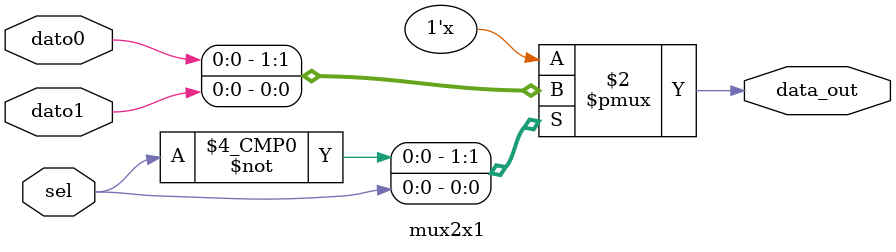
<source format=v>
`timescale 1ns / 1ps


module mux2x1(
    input dato0,
    input dato1,
    input sel,
    output reg data_out
    );
    always @(sel,dato0,dato1)
    case (sel)
        1'b0: data_out = dato0;
        1'b1: data_out = dato1;
    endcase
endmodule

</source>
